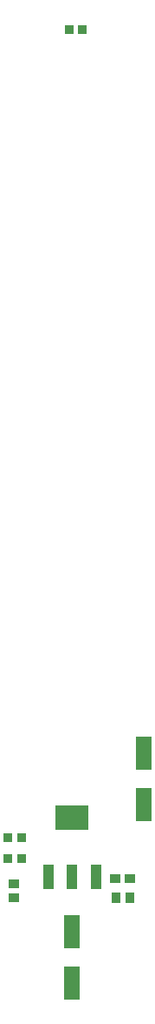
<source format=gtp>
G04*
G04 #@! TF.GenerationSoftware,Altium Limited,Altium Designer,22.11.1 (43)*
G04*
G04 Layer_Color=8421504*
%FSLAX25Y25*%
%MOIN*%
G70*
G04*
G04 #@! TF.SameCoordinates,7BB429F2-FF7E-428E-A6CD-161F701D5EA8*
G04*
G04*
G04 #@! TF.FilePolarity,Positive*
G04*
G01*
G75*
%ADD16R,0.06299X0.12598*%
%ADD17R,0.03937X0.09449*%
%ADD18R,0.12992X0.09449*%
%ADD19R,0.03937X0.03543*%
%ADD20R,0.03347X0.03740*%
%ADD21R,0.03963X0.03812*%
%ADD22R,0.03543X0.03937*%
D16*
X65557Y125842D02*
D03*
Y106158D02*
D03*
X38170Y37657D02*
D03*
Y57342D02*
D03*
D17*
X29115Y78213D02*
D03*
X38170D02*
D03*
X47225D02*
D03*
D18*
X38170Y101047D02*
D03*
D19*
X15716Y75646D02*
D03*
Y70331D02*
D03*
D20*
X13472Y93464D02*
D03*
X18590D02*
D03*
X13472Y85508D02*
D03*
X18590D02*
D03*
X42095Y402757D02*
D03*
X36977D02*
D03*
D21*
X54642Y77684D02*
D03*
X60358D02*
D03*
D22*
X55133Y70292D02*
D03*
X60448D02*
D03*
M02*

</source>
